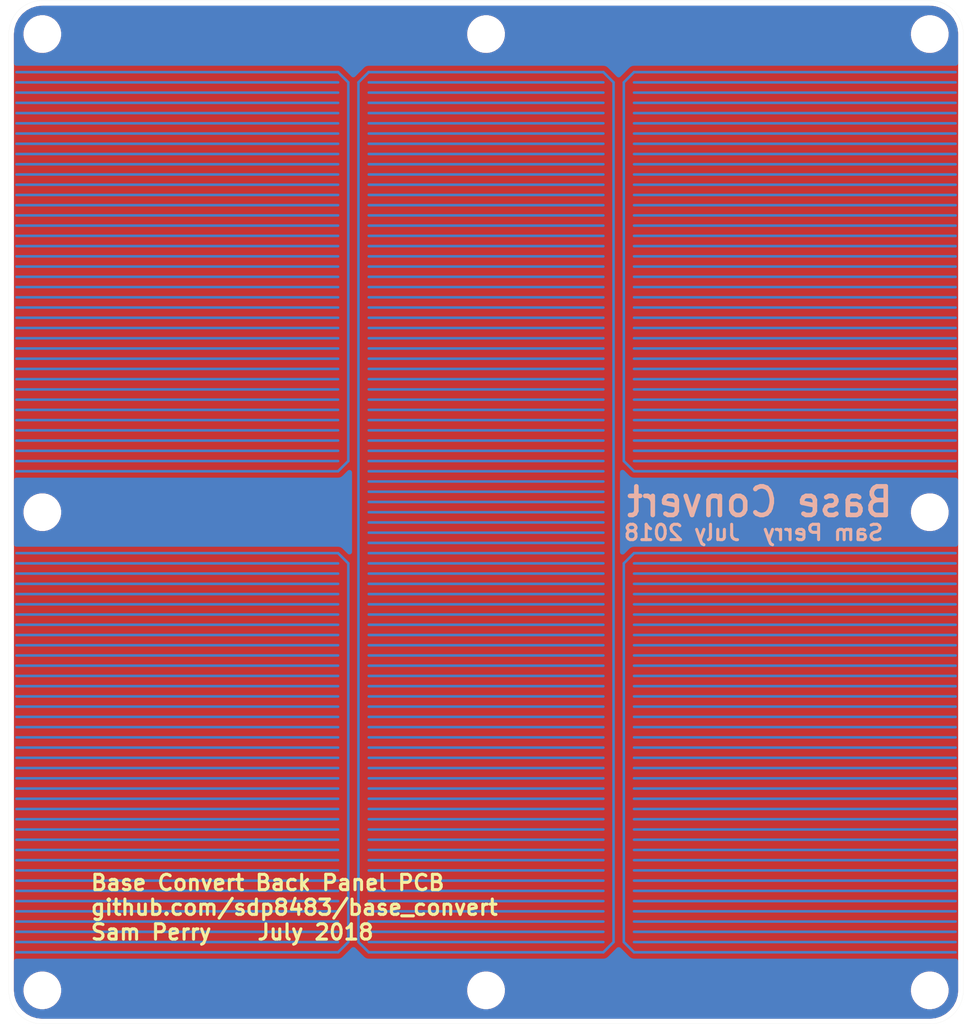
<source format=kicad_pcb>
(kicad_pcb (version 4) (host pcbnew 4.0.7)

  (general
    (links 0)
    (no_connects 0)
    (area 52.381429 49.949999 147.618571 150.050001)
    (thickness 1.6)
    (drawings 19)
    (tracks 266)
    (zones 0)
    (modules 8)
    (nets 1)
  )

  (page A4)
  (layers
    (0 F.Cu signal)
    (31 B.Cu signal)
    (32 B.Adhes user hide)
    (33 F.Adhes user hide)
    (34 B.Paste user hide)
    (35 F.Paste user hide)
    (36 B.SilkS user)
    (37 F.SilkS user)
    (38 B.Mask user hide)
    (39 F.Mask user hide)
    (40 Dwgs.User user)
    (41 Cmts.User user)
    (42 Eco1.User user hide)
    (43 Eco2.User user hide)
    (44 Edge.Cuts user)
    (45 Margin user hide)
    (46 B.CrtYd user)
    (47 F.CrtYd user)
    (48 B.Fab user)
    (49 F.Fab user)
  )

  (setup
    (last_trace_width 0.25)
    (user_trace_width 0.5)
    (user_trace_width 0.8)
    (user_trace_width 1)
    (user_trace_width 1.25)
    (trace_clearance 0.2)
    (zone_clearance 0.5)
    (zone_45_only no)
    (trace_min 0.2)
    (segment_width 0.2)
    (edge_width 0.15)
    (via_size 0.7)
    (via_drill 0.4)
    (via_min_size 0.4)
    (via_min_drill 0.3)
    (user_via 1.4 0.8)
    (uvia_size 0.7)
    (uvia_drill 0.4)
    (uvias_allowed no)
    (uvia_min_size 0.2)
    (uvia_min_drill 0.1)
    (pcb_text_width 0.3)
    (pcb_text_size 1.5 1.5)
    (mod_edge_width 0.15)
    (mod_text_size 0.5 0.5)
    (mod_text_width 0.15)
    (pad_size 1 0.25)
    (pad_drill 0)
    (pad_to_mask_clearance 0.2)
    (aux_axis_origin 0 0)
    (visible_elements 7FFFFFFF)
    (pcbplotparams
      (layerselection 0x010f0_80000001)
      (usegerberextensions false)
      (excludeedgelayer true)
      (linewidth 0.100000)
      (plotframeref false)
      (viasonmask false)
      (mode 1)
      (useauxorigin false)
      (hpglpennumber 1)
      (hpglpenspeed 20)
      (hpglpendiameter 15)
      (hpglpenoverlay 2)
      (psnegative false)
      (psa4output false)
      (plotreference true)
      (plotvalue true)
      (plotinvisibletext false)
      (padsonsilk false)
      (subtractmaskfromsilk false)
      (outputformat 1)
      (mirror false)
      (drillshape 0)
      (scaleselection 1)
      (outputdirectory gerber/))
  )

  (net 0 "")

  (net_class Default "This is the default net class."
    (clearance 0.2)
    (trace_width 0.25)
    (via_dia 0.7)
    (via_drill 0.4)
    (uvia_dia 0.7)
    (uvia_drill 0.4)
  )

  (module Mounting_Holes:MountingHole_2.7mm_M2.5 (layer F.Cu) (tedit 5B4277CE) (tstamp 5B42879D)
    (at 143.39 146.72)
    (descr "Mounting Hole 2.7mm, no annular, M2.5")
    (tags "mounting hole 2.7mm no annular m2.5")
    (attr virtual)
    (fp_text reference REF** (at 0 0) (layer F.SilkS) hide
      (effects (font (size 0.4 0.4) (thickness 0.1)))
    )
    (fp_text value MountingHole_2.7mm_M2.5 (at 0 0) (layer F.Fab)
      (effects (font (size 0.4 0.4) (thickness 0.1)))
    )
    (fp_text user %R (at 0.3 0) (layer F.Fab)
      (effects (font (size 0.4 0.4) (thickness 0.1)))
    )
    (fp_circle (center 0 0) (end 2.7 0) (layer Cmts.User) (width 0.15))
    (fp_circle (center 0 0) (end 2.95 0) (layer F.CrtYd) (width 0.05))
    (pad 1 np_thru_hole circle (at 0 0) (size 2.7 2.7) (drill 2.7) (layers *.Cu *.Mask))
  )

  (module Mounting_Holes:MountingHole_2.7mm_M2.5 (layer F.Cu) (tedit 5B4277CE) (tstamp 5B428796)
    (at 100 146.72)
    (descr "Mounting Hole 2.7mm, no annular, M2.5")
    (tags "mounting hole 2.7mm no annular m2.5")
    (attr virtual)
    (fp_text reference REF** (at 0 0) (layer F.SilkS) hide
      (effects (font (size 0.4 0.4) (thickness 0.1)))
    )
    (fp_text value MountingHole_2.7mm_M2.5 (at 0 0) (layer F.Fab)
      (effects (font (size 0.4 0.4) (thickness 0.1)))
    )
    (fp_text user %R (at 0.3 0) (layer F.Fab)
      (effects (font (size 0.4 0.4) (thickness 0.1)))
    )
    (fp_circle (center 0 0) (end 2.7 0) (layer Cmts.User) (width 0.15))
    (fp_circle (center 0 0) (end 2.95 0) (layer F.CrtYd) (width 0.05))
    (pad 1 np_thru_hole circle (at 0 0) (size 2.7 2.7) (drill 2.7) (layers *.Cu *.Mask))
  )

  (module Mounting_Holes:MountingHole_2.7mm_M2.5 (layer F.Cu) (tedit 5B4277CE) (tstamp 5B42878F)
    (at 56.61 146.72)
    (descr "Mounting Hole 2.7mm, no annular, M2.5")
    (tags "mounting hole 2.7mm no annular m2.5")
    (attr virtual)
    (fp_text reference REF** (at 0 0) (layer F.SilkS) hide
      (effects (font (size 0.4 0.4) (thickness 0.1)))
    )
    (fp_text value MountingHole_2.7mm_M2.5 (at 0 0) (layer F.Fab)
      (effects (font (size 0.4 0.4) (thickness 0.1)))
    )
    (fp_text user %R (at 0.3 0) (layer F.Fab)
      (effects (font (size 0.4 0.4) (thickness 0.1)))
    )
    (fp_circle (center 0 0) (end 2.7 0) (layer Cmts.User) (width 0.15))
    (fp_circle (center 0 0) (end 2.95 0) (layer F.CrtYd) (width 0.05))
    (pad 1 np_thru_hole circle (at 0 0) (size 2.7 2.7) (drill 2.7) (layers *.Cu *.Mask))
  )

  (module Mounting_Holes:MountingHole_2.7mm_M2.5 (layer F.Cu) (tedit 5B4277CE) (tstamp 5B428788)
    (at 143.39 100)
    (descr "Mounting Hole 2.7mm, no annular, M2.5")
    (tags "mounting hole 2.7mm no annular m2.5")
    (attr virtual)
    (fp_text reference REF** (at 0 0) (layer F.SilkS) hide
      (effects (font (size 0.4 0.4) (thickness 0.1)))
    )
    (fp_text value MountingHole_2.7mm_M2.5 (at 0 0) (layer F.Fab)
      (effects (font (size 0.4 0.4) (thickness 0.1)))
    )
    (fp_text user %R (at 0.3 0) (layer F.Fab)
      (effects (font (size 0.4 0.4) (thickness 0.1)))
    )
    (fp_circle (center 0 0) (end 2.7 0) (layer Cmts.User) (width 0.15))
    (fp_circle (center 0 0) (end 2.95 0) (layer F.CrtYd) (width 0.05))
    (pad 1 np_thru_hole circle (at 0 0) (size 2.7 2.7) (drill 2.7) (layers *.Cu *.Mask))
  )

  (module Mounting_Holes:MountingHole_2.7mm_M2.5 (layer F.Cu) (tedit 5B4277CE) (tstamp 5B42877A)
    (at 56.61 100)
    (descr "Mounting Hole 2.7mm, no annular, M2.5")
    (tags "mounting hole 2.7mm no annular m2.5")
    (attr virtual)
    (fp_text reference REF** (at 0 0) (layer F.SilkS) hide
      (effects (font (size 0.4 0.4) (thickness 0.1)))
    )
    (fp_text value MountingHole_2.7mm_M2.5 (at 0 0) (layer F.Fab)
      (effects (font (size 0.4 0.4) (thickness 0.1)))
    )
    (fp_text user %R (at 0.3 0) (layer F.Fab)
      (effects (font (size 0.4 0.4) (thickness 0.1)))
    )
    (fp_circle (center 0 0) (end 2.7 0) (layer Cmts.User) (width 0.15))
    (fp_circle (center 0 0) (end 2.95 0) (layer F.CrtYd) (width 0.05))
    (pad 1 np_thru_hole circle (at 0 0) (size 2.7 2.7) (drill 2.7) (layers *.Cu *.Mask))
  )

  (module Mounting_Holes:MountingHole_2.7mm_M2.5 (layer F.Cu) (tedit 5B4277CE) (tstamp 5B428773)
    (at 143.39 53.28)
    (descr "Mounting Hole 2.7mm, no annular, M2.5")
    (tags "mounting hole 2.7mm no annular m2.5")
    (attr virtual)
    (fp_text reference REF** (at 0 0) (layer F.SilkS) hide
      (effects (font (size 0.4 0.4) (thickness 0.1)))
    )
    (fp_text value MountingHole_2.7mm_M2.5 (at 0 0) (layer F.Fab)
      (effects (font (size 0.4 0.4) (thickness 0.1)))
    )
    (fp_text user %R (at 0.3 0) (layer F.Fab)
      (effects (font (size 0.4 0.4) (thickness 0.1)))
    )
    (fp_circle (center 0 0) (end 2.7 0) (layer Cmts.User) (width 0.15))
    (fp_circle (center 0 0) (end 2.95 0) (layer F.CrtYd) (width 0.05))
    (pad 1 np_thru_hole circle (at 0 0) (size 2.7 2.7) (drill 2.7) (layers *.Cu *.Mask))
  )

  (module Mounting_Holes:MountingHole_2.7mm_M2.5 (layer F.Cu) (tedit 5B4277CE) (tstamp 5B42876C)
    (at 100 53.28)
    (descr "Mounting Hole 2.7mm, no annular, M2.5")
    (tags "mounting hole 2.7mm no annular m2.5")
    (attr virtual)
    (fp_text reference REF** (at 0 0) (layer F.SilkS) hide
      (effects (font (size 0.4 0.4) (thickness 0.1)))
    )
    (fp_text value MountingHole_2.7mm_M2.5 (at 0 0) (layer F.Fab)
      (effects (font (size 0.4 0.4) (thickness 0.1)))
    )
    (fp_text user %R (at 0.3 0) (layer F.Fab)
      (effects (font (size 0.4 0.4) (thickness 0.1)))
    )
    (fp_circle (center 0 0) (end 2.7 0) (layer Cmts.User) (width 0.15))
    (fp_circle (center 0 0) (end 2.95 0) (layer F.CrtYd) (width 0.05))
    (pad 1 np_thru_hole circle (at 0 0) (size 2.7 2.7) (drill 2.7) (layers *.Cu *.Mask))
  )

  (module Mounting_Holes:MountingHole_2.7mm_M2.5 (layer F.Cu) (tedit 5B4277CE) (tstamp 5B428709)
    (at 56.61 53.28)
    (descr "Mounting Hole 2.7mm, no annular, M2.5")
    (tags "mounting hole 2.7mm no annular m2.5")
    (attr virtual)
    (fp_text reference REF** (at 0 0) (layer F.SilkS) hide
      (effects (font (size 0.4 0.4) (thickness 0.1)))
    )
    (fp_text value MountingHole_2.7mm_M2.5 (at 0 0) (layer F.Fab)
      (effects (font (size 0.4 0.4) (thickness 0.1)))
    )
    (fp_text user %R (at 0.3 0) (layer F.Fab)
      (effects (font (size 0.4 0.4) (thickness 0.1)))
    )
    (fp_circle (center 0 0) (end 2.7 0) (layer Cmts.User) (width 0.15))
    (fp_circle (center 0 0) (end 2.95 0) (layer F.CrtYd) (width 0.05))
    (pad 1 np_thru_hole circle (at 0 0) (size 2.7 2.7) (drill 2.7) (layers *.Cu *.Mask))
  )

  (gr_text "Sam Perry  July 2018" (at 139 102) (layer B.SilkS)
    (effects (font (size 1.5 1.5) (thickness 0.3)) (justify left mirror))
  )
  (gr_text "Base Convert" (at 140 99) (layer B.SilkS)
    (effects (font (size 2.8 2.6) (thickness 0.45)) (justify left mirror))
  )
  (gr_line (start 53.33 50) (end 53.33 150) (layer Dwgs.User) (width 0.1))
  (gr_line (start 53.33 150) (end 146.67 150) (layer Dwgs.User) (width 0.1))
  (gr_line (start 146.67 50) (end 146.67 150) (layer Dwgs.User) (width 0.1))
  (gr_line (start 53.33 50) (end 146.67 50) (layer Dwgs.User) (width 0.1))
  (gr_text "Base Convert Back Panel PCB\ngithub.com/sdp8483/base_convert\nSam Perry    July 2018" (at 61.2 138.62) (layer F.SilkS)
    (effects (font (size 1.5 1.5) (thickness 0.3)) (justify left))
  )
  (gr_line (start 141.67 55) (end 58.33 55) (layer Dwgs.User) (width 0.01))
  (gr_line (start 141.66 145) (end 141.67 55) (layer Dwgs.User) (width 0.01))
  (gr_line (start 58.33 145) (end 141.66 145) (layer Dwgs.User) (width 0.01))
  (gr_line (start 58.33 55) (end 58.33 145) (layer Dwgs.User) (width 0.01))
  (gr_arc (start 143.39 146.72) (end 146.67 146.72) (angle 90) (layer Edge.Cuts) (width 0.01) (tstamp 5B29BD2C))
  (gr_arc (start 56.61 146.72) (end 56.61 150) (angle 90) (layer Edge.Cuts) (width 0.01) (tstamp 5B29BD2A))
  (gr_arc (start 56.61 53.28) (end 53.33 53.28) (angle 90) (layer Edge.Cuts) (width 0.01) (tstamp 5B29BD28))
  (gr_arc (start 143.39 53.28) (end 143.39 50) (angle 90) (layer Edge.Cuts) (width 0.01))
  (gr_line (start 53.33 146.72) (end 53.33 53.28) (layer Edge.Cuts) (width 0.01))
  (gr_line (start 143.39 150) (end 56.61 150) (layer Edge.Cuts) (width 0.01))
  (gr_line (start 146.67 53.28) (end 146.67 146.72) (layer Edge.Cuts) (width 0.01))
  (gr_line (start 56.61 50) (end 143.39 50) (layer Edge.Cuts) (width 0.01))

  (segment (start 88.53 132) (end 111.47 132) (width 0.25) (layer B.Cu) (net 0) (tstamp 5B441E94))
  (segment (start 88.53 133) (end 111.47 133) (width 0.25) (layer B.Cu) (net 0) (tstamp 5B441E93))
  (segment (start 88.53 134) (end 111.47 134) (width 0.25) (layer B.Cu) (net 0) (tstamp 5B441E92))
  (segment (start 88.53 135) (end 111.47 135) (width 0.25) (layer B.Cu) (net 0) (tstamp 5B441E91))
  (segment (start 88.53 136) (end 111.47 136) (width 0.25) (layer B.Cu) (net 0) (tstamp 5B441E90))
  (segment (start 88.53 137) (end 111.47 137) (width 0.25) (layer B.Cu) (net 0) (tstamp 5B441E8F))
  (segment (start 88.53 138) (end 111.47 138) (width 0.25) (layer B.Cu) (net 0) (tstamp 5B441E8E))
  (segment (start 88.53 139) (end 111.47 139) (width 0.25) (layer B.Cu) (net 0) (tstamp 5B441E8D))
  (segment (start 88.53 140) (end 111.47 140) (width 0.25) (layer B.Cu) (net 0) (tstamp 5B441E8C))
  (segment (start 88.53 141) (end 111.47 141) (width 0.25) (layer B.Cu) (net 0) (tstamp 5B441E8B))
  (segment (start 88.53 142) (end 111.47 142) (width 0.25) (layer B.Cu) (net 0) (tstamp 5B441E8A))
  (segment (start 88.53 119) (end 111.47 119) (width 0.25) (layer B.Cu) (net 0) (tstamp 5B441EA1))
  (segment (start 88.53 120) (end 111.47 120) (width 0.25) (layer B.Cu) (net 0) (tstamp 5B441EA0))
  (segment (start 88.53 121) (end 111.47 121) (width 0.25) (layer B.Cu) (net 0) (tstamp 5B441E9F))
  (segment (start 88.53 122) (end 111.47 122) (width 0.25) (layer B.Cu) (net 0) (tstamp 5B441E9E))
  (segment (start 88.53 123) (end 111.47 123) (width 0.25) (layer B.Cu) (net 0) (tstamp 5B441E9D))
  (segment (start 88.53 124) (end 111.47 124) (width 0.25) (layer B.Cu) (net 0) (tstamp 5B441E9C))
  (segment (start 88.53 125) (end 111.47 125) (width 0.25) (layer B.Cu) (net 0) (tstamp 5B441E9B))
  (segment (start 88.53 126) (end 111.47 126) (width 0.25) (layer B.Cu) (net 0) (tstamp 5B441E9A))
  (segment (start 88.53 127) (end 111.47 127) (width 0.25) (layer B.Cu) (net 0) (tstamp 5B441E99))
  (segment (start 88.53 128) (end 111.47 128) (width 0.25) (layer B.Cu) (net 0) (tstamp 5B441E98))
  (segment (start 88.53 129) (end 111.47 129) (width 0.25) (layer B.Cu) (net 0) (tstamp 5B441E97))
  (segment (start 88.53 130) (end 111.47 130) (width 0.25) (layer B.Cu) (net 0) (tstamp 5B441E96))
  (segment (start 88.53 131) (end 111.47 131) (width 0.25) (layer B.Cu) (net 0) (tstamp 5B441E95))
  (segment (start 88.52 57) (end 87.52 58) (width 0.25) (layer B.Cu) (net 0))
  (segment (start 88.53 57) (end 88.52 57) (width 0.25) (layer B.Cu) (net 0))
  (segment (start 87.52 141.99) (end 88.53 143) (width 0.25) (layer B.Cu) (net 0))
  (segment (start 87.52 58) (end 87.52 141.99) (width 0.25) (layer B.Cu) (net 0))
  (segment (start 112.47 58) (end 111.47 57) (width 0.25) (layer B.Cu) (net 0))
  (segment (start 112.47 142) (end 111.47 143) (width 0.25) (layer B.Cu) (net 0))
  (segment (start 112.47 58) (end 112.47 142) (width 0.25) (layer B.Cu) (net 0))
  (segment (start 88.53 57) (end 111.47 57) (width 0.25) (layer B.Cu) (net 0) (tstamp 5B441EDF))
  (segment (start 88.53 58) (end 111.47 58) (width 0.25) (layer B.Cu) (net 0) (tstamp 5B441EDE))
  (segment (start 88.53 59) (end 111.47 59) (width 0.25) (layer B.Cu) (net 0) (tstamp 5B441EDD))
  (segment (start 88.53 60) (end 111.47 60) (width 0.25) (layer B.Cu) (net 0) (tstamp 5B441EDC))
  (segment (start 88.53 61) (end 111.47 61) (width 0.25) (layer B.Cu) (net 0) (tstamp 5B441EDB))
  (segment (start 88.53 62) (end 111.47 62) (width 0.25) (layer B.Cu) (net 0) (tstamp 5B441EDA))
  (segment (start 88.53 63) (end 111.47 63) (width 0.25) (layer B.Cu) (net 0) (tstamp 5B441ED9))
  (segment (start 88.53 64) (end 111.47 64) (width 0.25) (layer B.Cu) (net 0) (tstamp 5B441ED8))
  (segment (start 88.53 65) (end 111.47 65) (width 0.25) (layer B.Cu) (net 0) (tstamp 5B441ED7))
  (segment (start 88.53 66) (end 111.47 66) (width 0.25) (layer B.Cu) (net 0) (tstamp 5B441ED6))
  (segment (start 88.53 67) (end 111.47 67) (width 0.25) (layer B.Cu) (net 0) (tstamp 5B441ED5))
  (segment (start 88.53 68) (end 111.47 68) (width 0.25) (layer B.Cu) (net 0) (tstamp 5B441ED4))
  (segment (start 88.53 69) (end 111.47 69) (width 0.25) (layer B.Cu) (net 0) (tstamp 5B441ED3))
  (segment (start 88.53 70) (end 111.47 70) (width 0.25) (layer B.Cu) (net 0) (tstamp 5B441ED2))
  (segment (start 88.53 71) (end 111.47 71) (width 0.25) (layer B.Cu) (net 0) (tstamp 5B441ED1))
  (segment (start 88.53 72) (end 111.47 72) (width 0.25) (layer B.Cu) (net 0) (tstamp 5B441ED0))
  (segment (start 88.53 73) (end 111.47 73) (width 0.25) (layer B.Cu) (net 0) (tstamp 5B441ECF))
  (segment (start 88.53 74) (end 111.47 74) (width 0.25) (layer B.Cu) (net 0) (tstamp 5B441ECE))
  (segment (start 88.53 75) (end 111.47 75) (width 0.25) (layer B.Cu) (net 0) (tstamp 5B441ECD))
  (segment (start 88.53 76) (end 111.47 76) (width 0.25) (layer B.Cu) (net 0) (tstamp 5B441ECC))
  (segment (start 88.53 77) (end 111.47 77) (width 0.25) (layer B.Cu) (net 0) (tstamp 5B441ECB))
  (segment (start 88.53 78) (end 111.47 78) (width 0.25) (layer B.Cu) (net 0) (tstamp 5B441ECA))
  (segment (start 88.53 79) (end 111.47 79) (width 0.25) (layer B.Cu) (net 0) (tstamp 5B441EC9))
  (segment (start 88.53 80) (end 111.47 80) (width 0.25) (layer B.Cu) (net 0) (tstamp 5B441EC8))
  (segment (start 88.53 81) (end 111.47 81) (width 0.25) (layer B.Cu) (net 0) (tstamp 5B441EC7))
  (segment (start 88.53 82) (end 111.47 82) (width 0.25) (layer B.Cu) (net 0) (tstamp 5B441EC6))
  (segment (start 88.53 83) (end 111.47 83) (width 0.25) (layer B.Cu) (net 0) (tstamp 5B441EC5))
  (segment (start 88.53 84) (end 111.47 84) (width 0.25) (layer B.Cu) (net 0) (tstamp 5B441EC4))
  (segment (start 88.53 85) (end 111.47 85) (width 0.25) (layer B.Cu) (net 0) (tstamp 5B441EC3))
  (segment (start 88.53 86) (end 111.47 86) (width 0.25) (layer B.Cu) (net 0) (tstamp 5B441EC2))
  (segment (start 88.53 87) (end 111.47 87) (width 0.25) (layer B.Cu) (net 0) (tstamp 5B441EC1))
  (segment (start 88.53 88) (end 111.47 88) (width 0.25) (layer B.Cu) (net 0) (tstamp 5B441EC0))
  (segment (start 88.53 89) (end 111.47 89) (width 0.25) (layer B.Cu) (net 0) (tstamp 5B441EBF))
  (segment (start 88.53 90) (end 111.47 90) (width 0.25) (layer B.Cu) (net 0) (tstamp 5B441EBE))
  (segment (start 88.53 91) (end 111.47 91) (width 0.25) (layer B.Cu) (net 0) (tstamp 5B441EBD))
  (segment (start 88.53 92) (end 111.47 92) (width 0.25) (layer B.Cu) (net 0) (tstamp 5B441EBC))
  (segment (start 88.53 93) (end 111.47 93) (width 0.25) (layer B.Cu) (net 0) (tstamp 5B441EBB))
  (segment (start 88.53 94) (end 111.47 94) (width 0.25) (layer B.Cu) (net 0) (tstamp 5B441EBA))
  (segment (start 88.53 95) (end 111.47 95) (width 0.25) (layer B.Cu) (net 0) (tstamp 5B441EB9))
  (segment (start 88.53 96) (end 111.47 96) (width 0.25) (layer B.Cu) (net 0) (tstamp 5B441EB8))
  (segment (start 88.53 97) (end 111.47 97) (width 0.25) (layer B.Cu) (net 0) (tstamp 5B441EB7))
  (segment (start 88.53 98) (end 111.47 98) (width 0.25) (layer B.Cu) (net 0) (tstamp 5B441EB6))
  (segment (start 88.53 99) (end 111.47 99) (width 0.25) (layer B.Cu) (net 0) (tstamp 5B441EB5))
  (segment (start 88.53 100) (end 111.47 100) (width 0.25) (layer B.Cu) (net 0) (tstamp 5B441EB4))
  (segment (start 88.53 101) (end 111.47 101) (width 0.25) (layer B.Cu) (net 0) (tstamp 5B441EB3))
  (segment (start 88.53 102) (end 111.47 102) (width 0.25) (layer B.Cu) (net 0) (tstamp 5B441EB2))
  (segment (start 88.53 103) (end 111.47 103) (width 0.25) (layer B.Cu) (net 0) (tstamp 5B441EB1))
  (segment (start 88.53 104) (end 111.47 104) (width 0.25) (layer B.Cu) (net 0) (tstamp 5B441EB0))
  (segment (start 88.53 105) (end 111.47 105) (width 0.25) (layer B.Cu) (net 0) (tstamp 5B441EAF))
  (segment (start 88.53 106) (end 111.47 106) (width 0.25) (layer B.Cu) (net 0) (tstamp 5B441EAE))
  (segment (start 88.53 107) (end 111.47 107) (width 0.25) (layer B.Cu) (net 0) (tstamp 5B441EAD))
  (segment (start 88.53 108) (end 111.47 108) (width 0.25) (layer B.Cu) (net 0) (tstamp 5B441EAC))
  (segment (start 88.53 109) (end 111.47 109) (width 0.25) (layer B.Cu) (net 0) (tstamp 5B441EAB))
  (segment (start 88.53 110) (end 111.47 110) (width 0.25) (layer B.Cu) (net 0) (tstamp 5B441EAA))
  (segment (start 88.53 111) (end 111.47 111) (width 0.25) (layer B.Cu) (net 0) (tstamp 5B441EA9))
  (segment (start 88.53 112) (end 111.47 112) (width 0.25) (layer B.Cu) (net 0) (tstamp 5B441EA8))
  (segment (start 88.53 113) (end 111.47 113) (width 0.25) (layer B.Cu) (net 0) (tstamp 5B441EA7))
  (segment (start 88.53 114) (end 111.47 114) (width 0.25) (layer B.Cu) (net 0) (tstamp 5B441EA6))
  (segment (start 88.53 115) (end 111.47 115) (width 0.25) (layer B.Cu) (net 0) (tstamp 5B441EA5))
  (segment (start 88.53 116) (end 111.47 116) (width 0.25) (layer B.Cu) (net 0) (tstamp 5B441EA4))
  (segment (start 88.53 117) (end 111.47 117) (width 0.25) (layer B.Cu) (net 0) (tstamp 5B441EA3))
  (segment (start 88.53 118) (end 111.47 118) (width 0.25) (layer B.Cu) (net 0) (tstamp 5B441EA2))
  (segment (start 88.53 143) (end 111.47 143) (width 0.25) (layer B.Cu) (net 0))
  (segment (start 85.53 57) (end 86.53 58) (width 0.25) (layer B.Cu) (net 0))
  (segment (start 86.53 95) (end 85.53 96) (width 0.25) (layer B.Cu) (net 0))
  (segment (start 86.53 58) (end 86.53 95) (width 0.25) (layer B.Cu) (net 0))
  (segment (start 54.09 57) (end 85.53 57) (width 0.25) (layer B.Cu) (net 0) (tstamp 5B441D51))
  (segment (start 54.09 58) (end 85.53 58) (width 0.25) (layer B.Cu) (net 0) (tstamp 5B441D50))
  (segment (start 54.09 59) (end 85.53 59) (width 0.25) (layer B.Cu) (net 0) (tstamp 5B441D4F))
  (segment (start 54.09 60) (end 85.53 60) (width 0.25) (layer B.Cu) (net 0) (tstamp 5B441D4E))
  (segment (start 54.09 61) (end 85.53 61) (width 0.25) (layer B.Cu) (net 0) (tstamp 5B441D4D))
  (segment (start 54.09 62) (end 85.53 62) (width 0.25) (layer B.Cu) (net 0) (tstamp 5B441D4C))
  (segment (start 54.09 63) (end 85.53 63) (width 0.25) (layer B.Cu) (net 0) (tstamp 5B441D4B))
  (segment (start 54.09 64) (end 85.53 64) (width 0.25) (layer B.Cu) (net 0) (tstamp 5B441D4A))
  (segment (start 54.09 65) (end 85.53 65) (width 0.25) (layer B.Cu) (net 0) (tstamp 5B441D49))
  (segment (start 54.09 66) (end 85.53 66) (width 0.25) (layer B.Cu) (net 0) (tstamp 5B441D48))
  (segment (start 54.09 67) (end 85.53 67) (width 0.25) (layer B.Cu) (net 0) (tstamp 5B441D47))
  (segment (start 54.09 68) (end 85.53 68) (width 0.25) (layer B.Cu) (net 0) (tstamp 5B441D46))
  (segment (start 54.09 69) (end 85.53 69) (width 0.25) (layer B.Cu) (net 0) (tstamp 5B441D45))
  (segment (start 54.09 70) (end 85.53 70) (width 0.25) (layer B.Cu) (net 0) (tstamp 5B441D44))
  (segment (start 54.09 71) (end 85.53 71) (width 0.25) (layer B.Cu) (net 0) (tstamp 5B441D43))
  (segment (start 54.09 72) (end 85.53 72) (width 0.25) (layer B.Cu) (net 0) (tstamp 5B441D42))
  (segment (start 54.09 73) (end 85.53 73) (width 0.25) (layer B.Cu) (net 0) (tstamp 5B441D41))
  (segment (start 54.09 74) (end 85.53 74) (width 0.25) (layer B.Cu) (net 0) (tstamp 5B441D40))
  (segment (start 54.09 75) (end 85.53 75) (width 0.25) (layer B.Cu) (net 0) (tstamp 5B441D3F))
  (segment (start 54.09 76) (end 85.53 76) (width 0.25) (layer B.Cu) (net 0) (tstamp 5B441D3E))
  (segment (start 54.09 77) (end 85.53 77) (width 0.25) (layer B.Cu) (net 0) (tstamp 5B441D3D))
  (segment (start 54.09 78) (end 85.53 78) (width 0.25) (layer B.Cu) (net 0) (tstamp 5B441D3C))
  (segment (start 54.09 79) (end 85.53 79) (width 0.25) (layer B.Cu) (net 0) (tstamp 5B441D3B))
  (segment (start 54.09 80) (end 85.53 80) (width 0.25) (layer B.Cu) (net 0) (tstamp 5B441D3A))
  (segment (start 54.09 81) (end 85.53 81) (width 0.25) (layer B.Cu) (net 0) (tstamp 5B441D39))
  (segment (start 54.09 82) (end 85.53 82) (width 0.25) (layer B.Cu) (net 0) (tstamp 5B441D38))
  (segment (start 54.09 83) (end 85.53 83) (width 0.25) (layer B.Cu) (net 0) (tstamp 5B441D37))
  (segment (start 54.09 84) (end 85.53 84) (width 0.25) (layer B.Cu) (net 0) (tstamp 5B441D36))
  (segment (start 54.09 85) (end 85.53 85) (width 0.25) (layer B.Cu) (net 0) (tstamp 5B441D35))
  (segment (start 54.09 86) (end 85.53 86) (width 0.25) (layer B.Cu) (net 0) (tstamp 5B441D34))
  (segment (start 54.09 87) (end 85.53 87) (width 0.25) (layer B.Cu) (net 0) (tstamp 5B441D33))
  (segment (start 54.09 88) (end 85.53 88) (width 0.25) (layer B.Cu) (net 0) (tstamp 5B441D32))
  (segment (start 54.09 89) (end 85.53 89) (width 0.25) (layer B.Cu) (net 0) (tstamp 5B441D31))
  (segment (start 54.09 90) (end 85.53 90) (width 0.25) (layer B.Cu) (net 0) (tstamp 5B441D30))
  (segment (start 54.09 91) (end 85.53 91) (width 0.25) (layer B.Cu) (net 0) (tstamp 5B441D2F))
  (segment (start 54.09 92) (end 85.53 92) (width 0.25) (layer B.Cu) (net 0) (tstamp 5B441D2E))
  (segment (start 54.09 93) (end 85.53 93) (width 0.25) (layer B.Cu) (net 0) (tstamp 5B441D2D))
  (segment (start 54.09 94) (end 85.53 94) (width 0.25) (layer B.Cu) (net 0) (tstamp 5B441D2C))
  (segment (start 54.09 95) (end 85.53 95) (width 0.25) (layer B.Cu) (net 0) (tstamp 5B441D2B))
  (segment (start 54.09 96) (end 85.53 96) (width 0.25) (layer B.Cu) (net 0))
  (segment (start 85.53 143) (end 86.53 142) (width 0.25) (layer B.Cu) (net 0))
  (segment (start 86.53 105) (end 85.53 104) (width 0.25) (layer B.Cu) (net 0))
  (segment (start 86.53 142) (end 86.53 105) (width 0.25) (layer B.Cu) (net 0))
  (segment (start 54.09 104) (end 85.53 104) (width 0.25) (layer B.Cu) (net 0) (tstamp 5B441CC3))
  (segment (start 54.09 105) (end 85.53 105) (width 0.25) (layer B.Cu) (net 0) (tstamp 5B441CC2))
  (segment (start 54.09 106) (end 85.53 106) (width 0.25) (layer B.Cu) (net 0) (tstamp 5B441CC1))
  (segment (start 54.09 107) (end 85.53 107) (width 0.25) (layer B.Cu) (net 0) (tstamp 5B441CC0))
  (segment (start 54.09 108) (end 85.53 108) (width 0.25) (layer B.Cu) (net 0) (tstamp 5B441CBF))
  (segment (start 54.09 109) (end 85.53 109) (width 0.25) (layer B.Cu) (net 0) (tstamp 5B441CBE))
  (segment (start 54.09 110) (end 85.53 110) (width 0.25) (layer B.Cu) (net 0) (tstamp 5B441CBD))
  (segment (start 54.09 111) (end 85.53 111) (width 0.25) (layer B.Cu) (net 0) (tstamp 5B441CBC))
  (segment (start 54.09 112) (end 85.53 112) (width 0.25) (layer B.Cu) (net 0) (tstamp 5B441CBB))
  (segment (start 54.09 113) (end 85.53 113) (width 0.25) (layer B.Cu) (net 0) (tstamp 5B441CBA))
  (segment (start 54.09 114) (end 85.53 114) (width 0.25) (layer B.Cu) (net 0) (tstamp 5B441CB9))
  (segment (start 54.09 115) (end 85.53 115) (width 0.25) (layer B.Cu) (net 0) (tstamp 5B441CB8))
  (segment (start 54.09 116) (end 85.53 116) (width 0.25) (layer B.Cu) (net 0) (tstamp 5B441CB7))
  (segment (start 54.09 117) (end 85.53 117) (width 0.25) (layer B.Cu) (net 0) (tstamp 5B441CB6))
  (segment (start 54.09 118) (end 85.53 118) (width 0.25) (layer B.Cu) (net 0) (tstamp 5B441CB5))
  (segment (start 54.09 119) (end 85.53 119) (width 0.25) (layer B.Cu) (net 0) (tstamp 5B441CB4))
  (segment (start 54.09 120) (end 85.53 120) (width 0.25) (layer B.Cu) (net 0) (tstamp 5B441CB3))
  (segment (start 54.09 121) (end 85.53 121) (width 0.25) (layer B.Cu) (net 0) (tstamp 5B441CB2))
  (segment (start 54.09 122) (end 85.53 122) (width 0.25) (layer B.Cu) (net 0) (tstamp 5B441CB1))
  (segment (start 54.09 123) (end 85.53 123) (width 0.25) (layer B.Cu) (net 0) (tstamp 5B441CB0))
  (segment (start 54.09 124) (end 85.53 124) (width 0.25) (layer B.Cu) (net 0) (tstamp 5B441CAF))
  (segment (start 54.09 125) (end 85.53 125) (width 0.25) (layer B.Cu) (net 0) (tstamp 5B441CAE))
  (segment (start 54.09 126) (end 85.53 126) (width 0.25) (layer B.Cu) (net 0) (tstamp 5B441CAD))
  (segment (start 54.09 127) (end 85.53 127) (width 0.25) (layer B.Cu) (net 0) (tstamp 5B441CAC))
  (segment (start 54.09 128) (end 85.53 128) (width 0.25) (layer B.Cu) (net 0) (tstamp 5B441CAB))
  (segment (start 54.09 129) (end 85.53 129) (width 0.25) (layer B.Cu) (net 0) (tstamp 5B441CAA))
  (segment (start 54.09 130) (end 85.53 130) (width 0.25) (layer B.Cu) (net 0) (tstamp 5B441CA9))
  (segment (start 54.09 131) (end 85.53 131) (width 0.25) (layer B.Cu) (net 0) (tstamp 5B441CA8))
  (segment (start 54.09 132) (end 85.53 132) (width 0.25) (layer B.Cu) (net 0) (tstamp 5B441CA7))
  (segment (start 54.09 133) (end 85.53 133) (width 0.25) (layer B.Cu) (net 0) (tstamp 5B441CA6))
  (segment (start 54.09 134) (end 85.53 134) (width 0.25) (layer B.Cu) (net 0) (tstamp 5B441CA5))
  (segment (start 54.09 135) (end 85.53 135) (width 0.25) (layer B.Cu) (net 0) (tstamp 5B441CA4))
  (segment (start 54.09 136) (end 85.53 136) (width 0.25) (layer B.Cu) (net 0) (tstamp 5B441CA3))
  (segment (start 54.09 137) (end 85.53 137) (width 0.25) (layer B.Cu) (net 0) (tstamp 5B441CA2))
  (segment (start 54.09 138) (end 85.53 138) (width 0.25) (layer B.Cu) (net 0) (tstamp 5B441CA1))
  (segment (start 54.09 139) (end 85.53 139) (width 0.25) (layer B.Cu) (net 0) (tstamp 5B441CA0))
  (segment (start 54.09 140) (end 85.53 140) (width 0.25) (layer B.Cu) (net 0) (tstamp 5B441C9F))
  (segment (start 54.09 141) (end 85.53 141) (width 0.25) (layer B.Cu) (net 0) (tstamp 5B441C9E))
  (segment (start 54.09 142) (end 85.53 142) (width 0.25) (layer B.Cu) (net 0) (tstamp 5B441C9D))
  (segment (start 54.09 143) (end 85.53 143) (width 0.25) (layer B.Cu) (net 0))
  (segment (start 114.47 96) (end 113.47 95) (width 0.25) (layer B.Cu) (net 0))
  (segment (start 113.47 58) (end 114.47 57) (width 0.25) (layer B.Cu) (net 0))
  (segment (start 113.47 95) (end 113.47 58) (width 0.25) (layer B.Cu) (net 0))
  (segment (start 145.91 57) (end 114.47 57) (width 0.25) (layer B.Cu) (net 0) (tstamp 5B441C1E))
  (segment (start 145.91 58) (end 114.47 58) (width 0.25) (layer B.Cu) (net 0) (tstamp 5B441C1D))
  (segment (start 145.91 59) (end 114.47 59) (width 0.25) (layer B.Cu) (net 0) (tstamp 5B441C1C))
  (segment (start 145.91 60) (end 114.47 60) (width 0.25) (layer B.Cu) (net 0) (tstamp 5B441C1B))
  (segment (start 145.91 61) (end 114.47 61) (width 0.25) (layer B.Cu) (net 0) (tstamp 5B441C1A))
  (segment (start 145.91 62) (end 114.47 62) (width 0.25) (layer B.Cu) (net 0) (tstamp 5B441C19))
  (segment (start 145.91 63) (end 114.47 63) (width 0.25) (layer B.Cu) (net 0) (tstamp 5B441C18))
  (segment (start 145.91 64) (end 114.47 64) (width 0.25) (layer B.Cu) (net 0) (tstamp 5B441C17))
  (segment (start 145.91 65) (end 114.47 65) (width 0.25) (layer B.Cu) (net 0) (tstamp 5B441C16))
  (segment (start 145.91 66) (end 114.47 66) (width 0.25) (layer B.Cu) (net 0) (tstamp 5B441C15))
  (segment (start 145.91 67) (end 114.47 67) (width 0.25) (layer B.Cu) (net 0) (tstamp 5B441C14))
  (segment (start 145.91 68) (end 114.47 68) (width 0.25) (layer B.Cu) (net 0) (tstamp 5B441C13))
  (segment (start 145.91 69) (end 114.47 69) (width 0.25) (layer B.Cu) (net 0) (tstamp 5B441C12))
  (segment (start 145.91 70) (end 114.47 70) (width 0.25) (layer B.Cu) (net 0) (tstamp 5B441C11))
  (segment (start 145.91 71) (end 114.47 71) (width 0.25) (layer B.Cu) (net 0) (tstamp 5B441C10))
  (segment (start 145.91 72) (end 114.47 72) (width 0.25) (layer B.Cu) (net 0) (tstamp 5B441C0F))
  (segment (start 145.91 73) (end 114.47 73) (width 0.25) (layer B.Cu) (net 0) (tstamp 5B441C0E))
  (segment (start 145.91 74) (end 114.47 74) (width 0.25) (layer B.Cu) (net 0) (tstamp 5B441C0D))
  (segment (start 145.91 75) (end 114.47 75) (width 0.25) (layer B.Cu) (net 0) (tstamp 5B441C0C))
  (segment (start 145.91 76) (end 114.47 76) (width 0.25) (layer B.Cu) (net 0) (tstamp 5B441C0B))
  (segment (start 145.91 77) (end 114.47 77) (width 0.25) (layer B.Cu) (net 0) (tstamp 5B441C0A))
  (segment (start 145.91 78) (end 114.47 78) (width 0.25) (layer B.Cu) (net 0) (tstamp 5B441C09))
  (segment (start 145.91 79) (end 114.47 79) (width 0.25) (layer B.Cu) (net 0) (tstamp 5B441C08))
  (segment (start 145.91 80) (end 114.47 80) (width 0.25) (layer B.Cu) (net 0) (tstamp 5B441C07))
  (segment (start 145.91 81) (end 114.47 81) (width 0.25) (layer B.Cu) (net 0) (tstamp 5B441C06))
  (segment (start 145.91 82) (end 114.47 82) (width 0.25) (layer B.Cu) (net 0) (tstamp 5B441C05))
  (segment (start 145.91 83) (end 114.47 83) (width 0.25) (layer B.Cu) (net 0) (tstamp 5B441C04))
  (segment (start 145.91 84) (end 114.47 84) (width 0.25) (layer B.Cu) (net 0) (tstamp 5B441C03))
  (segment (start 145.91 85) (end 114.47 85) (width 0.25) (layer B.Cu) (net 0) (tstamp 5B441C02))
  (segment (start 145.91 86) (end 114.47 86) (width 0.25) (layer B.Cu) (net 0) (tstamp 5B441C01))
  (segment (start 145.91 87) (end 114.47 87) (width 0.25) (layer B.Cu) (net 0) (tstamp 5B441C00))
  (segment (start 145.91 88) (end 114.47 88) (width 0.25) (layer B.Cu) (net 0) (tstamp 5B441BFF))
  (segment (start 145.91 89) (end 114.47 89) (width 0.25) (layer B.Cu) (net 0) (tstamp 5B441BFE))
  (segment (start 145.91 90) (end 114.47 90) (width 0.25) (layer B.Cu) (net 0) (tstamp 5B441BFD))
  (segment (start 145.91 91) (end 114.47 91) (width 0.25) (layer B.Cu) (net 0) (tstamp 5B441BFC))
  (segment (start 145.91 92) (end 114.47 92) (width 0.25) (layer B.Cu) (net 0) (tstamp 5B441BFB))
  (segment (start 145.91 93) (end 114.47 93) (width 0.25) (layer B.Cu) (net 0) (tstamp 5B441BFA))
  (segment (start 145.91 94) (end 114.47 94) (width 0.25) (layer B.Cu) (net 0) (tstamp 5B441BF9))
  (segment (start 145.91 95) (end 114.47 95) (width 0.25) (layer B.Cu) (net 0) (tstamp 5B441BF8))
  (segment (start 145.91 96) (end 114.47 96) (width 0.25) (layer B.Cu) (net 0))
  (segment (start 113.47 105) (end 114.47 104) (width 0.25) (layer B.Cu) (net 0))
  (segment (start 114.47 143) (end 113.47 142) (width 0.25) (layer B.Cu) (net 0))
  (segment (start 113.47 105) (end 113.47 142) (width 0.25) (layer B.Cu) (net 0))
  (segment (start 145.91 104) (end 114.47 104) (width 0.25) (layer B.Cu) (net 0) (tstamp 5B441B50))
  (segment (start 145.91 105) (end 114.47 105) (width 0.25) (layer B.Cu) (net 0) (tstamp 5B441B4F))
  (segment (start 145.91 106) (end 114.47 106) (width 0.25) (layer B.Cu) (net 0) (tstamp 5B441B4E))
  (segment (start 145.91 107) (end 114.47 107) (width 0.25) (layer B.Cu) (net 0) (tstamp 5B441B4D))
  (segment (start 145.91 108) (end 114.47 108) (width 0.25) (layer B.Cu) (net 0) (tstamp 5B441B4C))
  (segment (start 145.91 109) (end 114.47 109) (width 0.25) (layer B.Cu) (net 0) (tstamp 5B441B4B))
  (segment (start 145.91 110) (end 114.47 110) (width 0.25) (layer B.Cu) (net 0) (tstamp 5B441B4A))
  (segment (start 145.91 111) (end 114.47 111) (width 0.25) (layer B.Cu) (net 0) (tstamp 5B441B49))
  (segment (start 145.91 112) (end 114.47 112) (width 0.25) (layer B.Cu) (net 0) (tstamp 5B441B48))
  (segment (start 145.91 113) (end 114.47 113) (width 0.25) (layer B.Cu) (net 0) (tstamp 5B441B47))
  (segment (start 145.91 114) (end 114.47 114) (width 0.25) (layer B.Cu) (net 0) (tstamp 5B441B46))
  (segment (start 145.91 115) (end 114.47 115) (width 0.25) (layer B.Cu) (net 0) (tstamp 5B441B45))
  (segment (start 145.91 116) (end 114.47 116) (width 0.25) (layer B.Cu) (net 0) (tstamp 5B441B44))
  (segment (start 145.91 117) (end 114.47 117) (width 0.25) (layer B.Cu) (net 0) (tstamp 5B441B43))
  (segment (start 145.91 118) (end 114.47 118) (width 0.25) (layer B.Cu) (net 0) (tstamp 5B441B42))
  (segment (start 145.91 119) (end 114.47 119) (width 0.25) (layer B.Cu) (net 0) (tstamp 5B441B41))
  (segment (start 145.91 120) (end 114.47 120) (width 0.25) (layer B.Cu) (net 0) (tstamp 5B441B40))
  (segment (start 145.91 121) (end 114.47 121) (width 0.25) (layer B.Cu) (net 0) (tstamp 5B441B3F))
  (segment (start 145.91 122) (end 114.47 122) (width 0.25) (layer B.Cu) (net 0) (tstamp 5B441B3E))
  (segment (start 145.91 123) (end 114.47 123) (width 0.25) (layer B.Cu) (net 0) (tstamp 5B441B3D))
  (segment (start 145.91 124) (end 114.47 124) (width 0.25) (layer B.Cu) (net 0) (tstamp 5B441B3C))
  (segment (start 145.91 125) (end 114.47 125) (width 0.25) (layer B.Cu) (net 0) (tstamp 5B441B3B))
  (segment (start 145.91 126) (end 114.47 126) (width 0.25) (layer B.Cu) (net 0) (tstamp 5B441B3A))
  (segment (start 145.91 127) (end 114.47 127) (width 0.25) (layer B.Cu) (net 0) (tstamp 5B441B39))
  (segment (start 145.91 128) (end 114.47 128) (width 0.25) (layer B.Cu) (net 0) (tstamp 5B441B38))
  (segment (start 145.91 129) (end 114.47 129) (width 0.25) (layer B.Cu) (net 0) (tstamp 5B441B37))
  (segment (start 145.91 130) (end 114.47 130) (width 0.25) (layer B.Cu) (net 0) (tstamp 5B441B36))
  (segment (start 145.91 131) (end 114.47 131) (width 0.25) (layer B.Cu) (net 0) (tstamp 5B441B35))
  (segment (start 145.91 132) (end 114.47 132) (width 0.25) (layer B.Cu) (net 0) (tstamp 5B441B34))
  (segment (start 145.91 133) (end 114.47 133) (width 0.25) (layer B.Cu) (net 0) (tstamp 5B441B33))
  (segment (start 145.91 134) (end 114.47 134) (width 0.25) (layer B.Cu) (net 0) (tstamp 5B441B32))
  (segment (start 145.91 135) (end 114.47 135) (width 0.25) (layer B.Cu) (net 0) (tstamp 5B441B31))
  (segment (start 145.91 136) (end 114.47 136) (width 0.25) (layer B.Cu) (net 0) (tstamp 5B441B30))
  (segment (start 145.91 137) (end 114.47 137) (width 0.25) (layer B.Cu) (net 0) (tstamp 5B441B2F))
  (segment (start 145.91 138) (end 114.47 138) (width 0.25) (layer B.Cu) (net 0) (tstamp 5B441B2E))
  (segment (start 145.91 139) (end 114.47 139) (width 0.25) (layer B.Cu) (net 0) (tstamp 5B441B2D))
  (segment (start 145.91 140) (end 114.47 140) (width 0.25) (layer B.Cu) (net 0) (tstamp 5B441B2C))
  (segment (start 145.91 141) (end 114.47 141) (width 0.25) (layer B.Cu) (net 0) (tstamp 5B441B2B))
  (segment (start 145.91 142) (end 114.47 142) (width 0.25) (layer B.Cu) (net 0) (tstamp 5B441B2A))
  (segment (start 145.91 143) (end 114.47 143) (width 0.25) (layer B.Cu) (net 0))

  (zone (net 0) (net_name "") (layer F.Cu) (tstamp 0) (hatch edge 0.508)
    (connect_pads yes (clearance 0.5))
    (min_thickness 0.5)
    (fill yes (arc_segments 32) (thermal_gap 0.508) (thermal_bridge_width 0.508) (smoothing fillet) (radius 3.28))
    (polygon
      (pts
        (xy 53.33 50) (xy 146.67 50) (xy 146.67 150) (xy 53.33 150)
      )
    )
    (filled_polygon
      (pts
        (xy 143.879741 50.80664) (xy 144.350824 50.948869) (xy 144.785309 51.179888) (xy 145.166651 51.490904) (xy 145.480318 51.870062)
        (xy 145.714367 52.302927) (xy 145.859881 52.773006) (xy 145.915 53.29743) (xy 145.915 146.683071) (xy 145.86336 147.209741)
        (xy 145.721132 147.68082) (xy 145.490111 148.115309) (xy 145.179098 148.496649) (xy 144.79994 148.810317) (xy 144.367073 149.044367)
        (xy 143.896994 149.189881) (xy 143.37257 149.245) (xy 56.646929 149.245) (xy 56.120259 149.19336) (xy 55.64918 149.051132)
        (xy 55.214691 148.820111) (xy 54.833351 148.509098) (xy 54.519683 148.12994) (xy 54.285633 147.697073) (xy 54.140119 147.226994)
        (xy 54.105391 146.896574) (xy 54.50724 146.896574) (xy 54.581583 147.301639) (xy 54.733188 147.68455) (xy 54.956281 148.030722)
        (xy 55.242363 148.326968) (xy 55.580538 148.562006) (xy 55.957924 148.726882) (xy 56.360149 148.815317) (xy 56.77189 148.823942)
        (xy 57.177464 148.752428) (xy 57.561424 148.6035) (xy 57.909145 148.38283) (xy 58.207381 148.098823) (xy 58.444774 147.762297)
        (xy 58.612281 147.38607) (xy 58.703522 146.984473) (xy 58.704749 146.896574) (xy 97.89724 146.896574) (xy 97.971583 147.301639)
        (xy 98.123188 147.68455) (xy 98.346281 148.030722) (xy 98.632363 148.326968) (xy 98.970538 148.562006) (xy 99.347924 148.726882)
        (xy 99.750149 148.815317) (xy 100.16189 148.823942) (xy 100.567464 148.752428) (xy 100.951424 148.6035) (xy 101.299145 148.38283)
        (xy 101.597381 148.098823) (xy 101.834774 147.762297) (xy 102.002281 147.38607) (xy 102.093522 146.984473) (xy 102.094749 146.896574)
        (xy 141.28724 146.896574) (xy 141.361583 147.301639) (xy 141.513188 147.68455) (xy 141.736281 148.030722) (xy 142.022363 148.326968)
        (xy 142.360538 148.562006) (xy 142.737924 148.726882) (xy 143.140149 148.815317) (xy 143.55189 148.823942) (xy 143.957464 148.752428)
        (xy 144.341424 148.6035) (xy 144.689145 148.38283) (xy 144.987381 148.098823) (xy 145.224774 147.762297) (xy 145.392281 147.38607)
        (xy 145.483522 146.984473) (xy 145.49009 146.514084) (xy 145.410098 146.110096) (xy 145.253162 145.729339) (xy 145.025258 145.386316)
        (xy 144.735067 145.094093) (xy 144.393644 144.8638) (xy 144.013992 144.704209) (xy 143.610572 144.621399) (xy 143.198751 144.618524)
        (xy 142.794214 144.695693) (xy 142.412371 144.849968) (xy 142.067765 145.075471) (xy 141.773523 145.363615) (xy 141.540852 145.703422)
        (xy 141.378614 146.081951) (xy 141.29299 146.484783) (xy 141.28724 146.896574) (xy 102.094749 146.896574) (xy 102.10009 146.514084)
        (xy 102.020098 146.110096) (xy 101.863162 145.729339) (xy 101.635258 145.386316) (xy 101.345067 145.094093) (xy 101.003644 144.8638)
        (xy 100.623992 144.704209) (xy 100.220572 144.621399) (xy 99.808751 144.618524) (xy 99.404214 144.695693) (xy 99.022371 144.849968)
        (xy 98.677765 145.075471) (xy 98.383523 145.363615) (xy 98.150852 145.703422) (xy 97.988614 146.081951) (xy 97.90299 146.484783)
        (xy 97.89724 146.896574) (xy 58.704749 146.896574) (xy 58.71009 146.514084) (xy 58.630098 146.110096) (xy 58.473162 145.729339)
        (xy 58.245258 145.386316) (xy 57.955067 145.094093) (xy 57.613644 144.8638) (xy 57.233992 144.704209) (xy 56.830572 144.621399)
        (xy 56.418751 144.618524) (xy 56.014214 144.695693) (xy 55.632371 144.849968) (xy 55.287765 145.075471) (xy 54.993523 145.363615)
        (xy 54.760852 145.703422) (xy 54.598614 146.081951) (xy 54.51299 146.484783) (xy 54.50724 146.896574) (xy 54.105391 146.896574)
        (xy 54.085 146.70257) (xy 54.085 100.176574) (xy 54.50724 100.176574) (xy 54.581583 100.581639) (xy 54.733188 100.96455)
        (xy 54.956281 101.310722) (xy 55.242363 101.606968) (xy 55.580538 101.842006) (xy 55.957924 102.006882) (xy 56.360149 102.095317)
        (xy 56.77189 102.103942) (xy 57.177464 102.032428) (xy 57.561424 101.8835) (xy 57.909145 101.66283) (xy 58.207381 101.378823)
        (xy 58.444774 101.042297) (xy 58.612281 100.66607) (xy 58.703522 100.264473) (xy 58.704749 100.176574) (xy 141.28724 100.176574)
        (xy 141.361583 100.581639) (xy 141.513188 100.96455) (xy 141.736281 101.310722) (xy 142.022363 101.606968) (xy 142.360538 101.842006)
        (xy 142.737924 102.006882) (xy 143.140149 102.095317) (xy 143.55189 102.103942) (xy 143.957464 102.032428) (xy 144.341424 101.8835)
        (xy 144.689145 101.66283) (xy 144.987381 101.378823) (xy 145.224774 101.042297) (xy 145.392281 100.66607) (xy 145.483522 100.264473)
        (xy 145.49009 99.794084) (xy 145.410098 99.390096) (xy 145.253162 99.009339) (xy 145.025258 98.666316) (xy 144.735067 98.374093)
        (xy 144.393644 98.1438) (xy 144.013992 97.984209) (xy 143.610572 97.901399) (xy 143.198751 97.898524) (xy 142.794214 97.975693)
        (xy 142.412371 98.129968) (xy 142.067765 98.355471) (xy 141.773523 98.643615) (xy 141.540852 98.983422) (xy 141.378614 99.361951)
        (xy 141.29299 99.764783) (xy 141.28724 100.176574) (xy 58.704749 100.176574) (xy 58.71009 99.794084) (xy 58.630098 99.390096)
        (xy 58.473162 99.009339) (xy 58.245258 98.666316) (xy 57.955067 98.374093) (xy 57.613644 98.1438) (xy 57.233992 97.984209)
        (xy 56.830572 97.901399) (xy 56.418751 97.898524) (xy 56.014214 97.975693) (xy 55.632371 98.129968) (xy 55.287765 98.355471)
        (xy 54.993523 98.643615) (xy 54.760852 98.983422) (xy 54.598614 99.361951) (xy 54.51299 99.764783) (xy 54.50724 100.176574)
        (xy 54.085 100.176574) (xy 54.085 53.456574) (xy 54.50724 53.456574) (xy 54.581583 53.861639) (xy 54.733188 54.24455)
        (xy 54.956281 54.590722) (xy 55.242363 54.886968) (xy 55.580538 55.122006) (xy 55.957924 55.286882) (xy 56.360149 55.375317)
        (xy 56.77189 55.383942) (xy 57.177464 55.312428) (xy 57.561424 55.1635) (xy 57.909145 54.94283) (xy 58.207381 54.658823)
        (xy 58.444774 54.322297) (xy 58.612281 53.94607) (xy 58.703522 53.544473) (xy 58.704749 53.456574) (xy 97.89724 53.456574)
        (xy 97.971583 53.861639) (xy 98.123188 54.24455) (xy 98.346281 54.590722) (xy 98.632363 54.886968) (xy 98.970538 55.122006)
        (xy 99.347924 55.286882) (xy 99.750149 55.375317) (xy 100.16189 55.383942) (xy 100.567464 55.312428) (xy 100.951424 55.1635)
        (xy 101.299145 54.94283) (xy 101.597381 54.658823) (xy 101.834774 54.322297) (xy 102.002281 53.94607) (xy 102.093522 53.544473)
        (xy 102.094749 53.456574) (xy 141.28724 53.456574) (xy 141.361583 53.861639) (xy 141.513188 54.24455) (xy 141.736281 54.590722)
        (xy 142.022363 54.886968) (xy 142.360538 55.122006) (xy 142.737924 55.286882) (xy 143.140149 55.375317) (xy 143.55189 55.383942)
        (xy 143.957464 55.312428) (xy 144.341424 55.1635) (xy 144.689145 54.94283) (xy 144.987381 54.658823) (xy 145.224774 54.322297)
        (xy 145.392281 53.94607) (xy 145.483522 53.544473) (xy 145.49009 53.074084) (xy 145.410098 52.670096) (xy 145.253162 52.289339)
        (xy 145.025258 51.946316) (xy 144.735067 51.654093) (xy 144.393644 51.4238) (xy 144.013992 51.264209) (xy 143.610572 51.181399)
        (xy 143.198751 51.178524) (xy 142.794214 51.255693) (xy 142.412371 51.409968) (xy 142.067765 51.635471) (xy 141.773523 51.923615)
        (xy 141.540852 52.263422) (xy 141.378614 52.641951) (xy 141.29299 53.044783) (xy 141.28724 53.456574) (xy 102.094749 53.456574)
        (xy 102.10009 53.074084) (xy 102.020098 52.670096) (xy 101.863162 52.289339) (xy 101.635258 51.946316) (xy 101.345067 51.654093)
        (xy 101.003644 51.4238) (xy 100.623992 51.264209) (xy 100.220572 51.181399) (xy 99.808751 51.178524) (xy 99.404214 51.255693)
        (xy 99.022371 51.409968) (xy 98.677765 51.635471) (xy 98.383523 51.923615) (xy 98.150852 52.263422) (xy 97.988614 52.641951)
        (xy 97.90299 53.044783) (xy 97.89724 53.456574) (xy 58.704749 53.456574) (xy 58.71009 53.074084) (xy 58.630098 52.670096)
        (xy 58.473162 52.289339) (xy 58.245258 51.946316) (xy 57.955067 51.654093) (xy 57.613644 51.4238) (xy 57.233992 51.264209)
        (xy 56.830572 51.181399) (xy 56.418751 51.178524) (xy 56.014214 51.255693) (xy 55.632371 51.409968) (xy 55.287765 51.635471)
        (xy 54.993523 51.923615) (xy 54.760852 52.263422) (xy 54.598614 52.641951) (xy 54.51299 53.044783) (xy 54.50724 53.456574)
        (xy 54.085 53.456574) (xy 54.085 53.316929) (xy 54.13664 52.790259) (xy 54.278869 52.319176) (xy 54.509888 51.884691)
        (xy 54.820904 51.503349) (xy 55.200062 51.189682) (xy 55.632927 50.955633) (xy 56.103006 50.810119) (xy 56.62743 50.755)
        (xy 143.353071 50.755)
      )
    )
  )
  (zone (net 0) (net_name "") (layer B.Cu) (tstamp 5B44213C) (hatch edge 0.508)
    (connect_pads yes (clearance 0.5))
    (min_thickness 0.5)
    (fill yes (arc_segments 32) (thermal_gap 0.508) (thermal_bridge_width 0.508) (smoothing fillet) (radius 3.28))
    (polygon
      (pts
        (xy 53.33 50) (xy 146.67 50) (xy 146.67 150) (xy 53.33 150)
      )
    )
    (filled_polygon
      (pts
        (xy 87.911282 143.618719) (xy 87.973782 143.670058) (xy 88.035654 143.721974) (xy 88.039681 143.724188) (xy 88.043241 143.727112)
        (xy 88.114566 143.765356) (xy 88.185301 143.804243) (xy 88.189681 143.805632) (xy 88.193742 143.80781) (xy 88.271128 143.831469)
        (xy 88.348077 143.855879) (xy 88.352646 143.856391) (xy 88.35705 143.857738) (xy 88.4375 143.86591) (xy 88.517783 143.874915)
        (xy 88.526774 143.874978) (xy 88.526946 143.874995) (xy 88.527106 143.87498) (xy 88.53 143.875) (xy 111.47 143.875)
        (xy 111.550475 143.867109) (xy 111.630957 143.860068) (xy 111.635372 143.858785) (xy 111.639955 143.858336) (xy 111.717381 143.83496)
        (xy 111.794947 143.812425) (xy 111.79903 143.810309) (xy 111.803437 143.808978) (xy 111.874817 143.771024) (xy 111.946559 143.733837)
        (xy 111.950155 143.730966) (xy 111.954218 143.728806) (xy 112.016827 143.677743) (xy 112.08002 143.627297) (xy 112.086423 143.620982)
        (xy 112.086555 143.620874) (xy 112.086657 143.620751) (xy 112.088718 143.618718) (xy 112.957437 142.75) (xy 112.982564 142.75)
        (xy 113.851282 143.618719) (xy 113.913782 143.670058) (xy 113.975654 143.721974) (xy 113.979681 143.724188) (xy 113.983241 143.727112)
        (xy 114.054566 143.765356) (xy 114.125301 143.804243) (xy 114.129681 143.805632) (xy 114.133742 143.80781) (xy 114.211128 143.831469)
        (xy 114.288077 143.855879) (xy 114.292646 143.856391) (xy 114.29705 143.857738) (xy 114.3775 143.86591) (xy 114.457783 143.874915)
        (xy 114.466774 143.874978) (xy 114.466946 143.874995) (xy 114.467106 143.87498) (xy 114.47 143.875) (xy 145.91 143.875)
        (xy 145.915 143.87451) (xy 145.915 146.683071) (xy 145.86336 147.209741) (xy 145.721132 147.68082) (xy 145.490111 148.115309)
        (xy 145.179098 148.496649) (xy 144.79994 148.810317) (xy 144.367073 149.044367) (xy 143.896994 149.189881) (xy 143.37257 149.245)
        (xy 56.646929 149.245) (xy 56.120259 149.19336) (xy 55.64918 149.051132) (xy 55.214691 148.820111) (xy 54.833351 148.509098)
        (xy 54.519683 148.12994) (xy 54.285633 147.697073) (xy 54.140119 147.226994) (xy 54.105391 146.896574) (xy 54.50724 146.896574)
        (xy 54.581583 147.301639) (xy 54.733188 147.68455) (xy 54.956281 148.030722) (xy 55.242363 148.326968) (xy 55.580538 148.562006)
        (xy 55.957924 148.726882) (xy 56.360149 148.815317) (xy 56.77189 148.823942) (xy 57.177464 148.752428) (xy 57.561424 148.6035)
        (xy 57.909145 148.38283) (xy 58.207381 148.098823) (xy 58.444774 147.762297) (xy 58.612281 147.38607) (xy 58.703522 146.984473)
        (xy 58.704749 146.896574) (xy 97.89724 146.896574) (xy 97.971583 147.301639) (xy 98.123188 147.68455) (xy 98.346281 148.030722)
        (xy 98.632363 148.326968) (xy 98.970538 148.562006) (xy 99.347924 148.726882) (xy 99.750149 148.815317) (xy 100.16189 148.823942)
        (xy 100.567464 148.752428) (xy 100.951424 148.6035) (xy 101.299145 148.38283) (xy 101.597381 148.098823) (xy 101.834774 147.762297)
        (xy 102.002281 147.38607) (xy 102.093522 146.984473) (xy 102.094749 146.896574) (xy 141.28724 146.896574) (xy 141.361583 147.301639)
        (xy 141.513188 147.68455) (xy 141.736281 148.030722) (xy 142.022363 148.326968) (xy 142.360538 148.562006) (xy 142.737924 148.726882)
        (xy 143.140149 148.815317) (xy 143.55189 148.823942) (xy 143.957464 148.752428) (xy 144.341424 148.6035) (xy 144.689145 148.38283)
        (xy 144.987381 148.098823) (xy 145.224774 147.762297) (xy 145.392281 147.38607) (xy 145.483522 146.984473) (xy 145.49009 146.514084)
        (xy 145.410098 146.110096) (xy 145.253162 145.729339) (xy 145.025258 145.386316) (xy 144.735067 145.094093) (xy 144.393644 144.8638)
        (xy 144.013992 144.704209) (xy 143.610572 144.621399) (xy 143.198751 144.618524) (xy 142.794214 144.695693) (xy 142.412371 144.849968)
        (xy 142.067765 145.075471) (xy 141.773523 145.363615) (xy 141.540852 145.703422) (xy 141.378614 146.081951) (xy 141.29299 146.484783)
        (xy 141.28724 146.896574) (xy 102.094749 146.896574) (xy 102.10009 146.514084) (xy 102.020098 146.110096) (xy 101.863162 145.729339)
        (xy 101.635258 145.386316) (xy 101.345067 145.094093) (xy 101.003644 144.8638) (xy 100.623992 144.704209) (xy 100.220572 144.621399)
        (xy 99.808751 144.618524) (xy 99.404214 144.695693) (xy 99.022371 144.849968) (xy 98.677765 145.075471) (xy 98.383523 145.363615)
        (xy 98.150852 145.703422) (xy 97.988614 146.081951) (xy 97.90299 146.484783) (xy 97.89724 146.896574) (xy 58.704749 146.896574)
        (xy 58.71009 146.514084) (xy 58.630098 146.110096) (xy 58.473162 145.729339) (xy 58.245258 145.386316) (xy 57.955067 145.094093)
        (xy 57.613644 144.8638) (xy 57.233992 144.704209) (xy 56.830572 144.621399) (xy 56.418751 144.618524) (xy 56.014214 144.695693)
        (xy 55.632371 144.849968) (xy 55.287765 145.075471) (xy 54.993523 145.363615) (xy 54.760852 145.703422) (xy 54.598614 146.081951)
        (xy 54.51299 146.484783) (xy 54.50724 146.896574) (xy 54.105391 146.896574) (xy 54.085 146.70257) (xy 54.085 143.874965)
        (xy 54.09 143.875) (xy 85.53 143.875) (xy 85.610475 143.867109) (xy 85.690957 143.860068) (xy 85.695372 143.858785)
        (xy 85.699955 143.858336) (xy 85.777381 143.83496) (xy 85.854947 143.812425) (xy 85.85903 143.810309) (xy 85.863437 143.808978)
        (xy 85.934817 143.771024) (xy 86.006559 143.733837) (xy 86.010155 143.730966) (xy 86.014218 143.728806) (xy 86.076827 143.677743)
        (xy 86.14002 143.627297) (xy 86.146423 143.620982) (xy 86.146555 143.620874) (xy 86.146657 143.620751) (xy 86.148718 143.618718)
        (xy 87.017437 142.75) (xy 87.042564 142.75)
      )
    )
    (filled_polygon
      (pts
        (xy 113.851282 96.618719) (xy 113.913782 96.670058) (xy 113.975654 96.721974) (xy 113.979681 96.724188) (xy 113.983241 96.727112)
        (xy 114.054566 96.765356) (xy 114.125301 96.804243) (xy 114.129681 96.805632) (xy 114.133742 96.80781) (xy 114.211128 96.831469)
        (xy 114.288077 96.855879) (xy 114.292646 96.856391) (xy 114.29705 96.857738) (xy 114.3775 96.86591) (xy 114.457783 96.874915)
        (xy 114.466774 96.874978) (xy 114.466946 96.874995) (xy 114.467106 96.87498) (xy 114.47 96.875) (xy 145.91 96.875)
        (xy 145.915 96.87451) (xy 145.915 103.125035) (xy 145.91 103.125) (xy 114.47 103.125) (xy 114.389521 103.132891)
        (xy 114.309043 103.139932) (xy 114.304628 103.141215) (xy 114.300045 103.141664) (xy 114.222605 103.165044) (xy 114.145054 103.187575)
        (xy 114.140972 103.189691) (xy 114.136563 103.191022) (xy 114.065165 103.228985) (xy 113.993441 103.266163) (xy 113.989845 103.269034)
        (xy 113.985782 103.271194) (xy 113.923148 103.322277) (xy 113.859981 103.372703) (xy 113.853575 103.37902) (xy 113.853445 103.379126)
        (xy 113.853346 103.379246) (xy 113.851282 103.381281) (xy 113.345 103.887564) (xy 113.345 100.176574) (xy 141.28724 100.176574)
        (xy 141.361583 100.581639) (xy 141.513188 100.96455) (xy 141.736281 101.310722) (xy 142.022363 101.606968) (xy 142.360538 101.842006)
        (xy 142.737924 102.006882) (xy 143.140149 102.095317) (xy 143.55189 102.103942) (xy 143.957464 102.032428) (xy 144.341424 101.8835)
        (xy 144.689145 101.66283) (xy 144.987381 101.378823) (xy 145.224774 101.042297) (xy 145.392281 100.66607) (xy 145.483522 100.264473)
        (xy 145.49009 99.794084) (xy 145.410098 99.390096) (xy 145.253162 99.009339) (xy 145.025258 98.666316) (xy 144.735067 98.374093)
        (xy 144.393644 98.1438) (xy 144.013992 97.984209) (xy 143.610572 97.901399) (xy 143.198751 97.898524) (xy 142.794214 97.975693)
        (xy 142.412371 98.129968) (xy 142.067765 98.355471) (xy 141.773523 98.643615) (xy 141.540852 98.983422) (xy 141.378614 99.361951)
        (xy 141.29299 99.764783) (xy 141.28724 100.176574) (xy 113.345 100.176574) (xy 113.345 96.112436)
      )
    )
    (filled_polygon
      (pts
        (xy 86.645 103.877564) (xy 86.148718 103.381282) (xy 86.086248 103.329967) (xy 86.024346 103.278026) (xy 86.020319 103.275812)
        (xy 86.016759 103.272888) (xy 85.945469 103.234663) (xy 85.874699 103.195757) (xy 85.870315 103.194366) (xy 85.866258 103.192191)
        (xy 85.788959 103.168558) (xy 85.711923 103.144121) (xy 85.707349 103.143608) (xy 85.70295 103.142263) (xy 85.622594 103.134101)
        (xy 85.542217 103.125085) (xy 85.533215 103.125022) (xy 85.533054 103.125006) (xy 85.532904 103.12502) (xy 85.53 103.125)
        (xy 54.09 103.125) (xy 54.085 103.12549) (xy 54.085 100.176574) (xy 54.50724 100.176574) (xy 54.581583 100.581639)
        (xy 54.733188 100.96455) (xy 54.956281 101.310722) (xy 55.242363 101.606968) (xy 55.580538 101.842006) (xy 55.957924 102.006882)
        (xy 56.360149 102.095317) (xy 56.77189 102.103942) (xy 57.177464 102.032428) (xy 57.561424 101.8835) (xy 57.909145 101.66283)
        (xy 58.207381 101.378823) (xy 58.444774 101.042297) (xy 58.612281 100.66607) (xy 58.703522 100.264473) (xy 58.71009 99.794084)
        (xy 58.630098 99.390096) (xy 58.473162 99.009339) (xy 58.245258 98.666316) (xy 57.955067 98.374093) (xy 57.613644 98.1438)
        (xy 57.233992 97.984209) (xy 56.830572 97.901399) (xy 56.418751 97.898524) (xy 56.014214 97.975693) (xy 55.632371 98.129968)
        (xy 55.287765 98.355471) (xy 54.993523 98.643615) (xy 54.760852 98.983422) (xy 54.598614 99.361951) (xy 54.51299 99.764783)
        (xy 54.50724 100.176574) (xy 54.085 100.176574) (xy 54.085 96.874965) (xy 54.09 96.875) (xy 85.53 96.875)
        (xy 85.610475 96.867109) (xy 85.690957 96.860068) (xy 85.695372 96.858785) (xy 85.699955 96.858336) (xy 85.777381 96.83496)
        (xy 85.854947 96.812425) (xy 85.85903 96.810309) (xy 85.863437 96.808978) (xy 85.934817 96.771024) (xy 86.006559 96.733837)
        (xy 86.010155 96.730966) (xy 86.014218 96.728806) (xy 86.076827 96.677743) (xy 86.14002 96.627297) (xy 86.146423 96.620982)
        (xy 86.146555 96.620874) (xy 86.146657 96.620751) (xy 86.148718 96.618718) (xy 86.645 96.122436)
      )
    )
    (filled_polygon
      (pts
        (xy 143.879741 50.80664) (xy 144.350824 50.948869) (xy 144.785309 51.179888) (xy 145.166651 51.490904) (xy 145.480318 51.870062)
        (xy 145.714367 52.302927) (xy 145.859881 52.773006) (xy 145.915 53.29743) (xy 145.915 56.125035) (xy 145.91 56.125)
        (xy 114.47 56.125) (xy 114.389521 56.132891) (xy 114.309043 56.139932) (xy 114.304628 56.141215) (xy 114.300045 56.141664)
        (xy 114.222605 56.165044) (xy 114.145054 56.187575) (xy 114.140972 56.189691) (xy 114.136563 56.191022) (xy 114.065165 56.228985)
        (xy 113.993441 56.266163) (xy 113.989845 56.269034) (xy 113.985782 56.271194) (xy 113.923148 56.322277) (xy 113.859981 56.372703)
        (xy 113.853575 56.37902) (xy 113.853445 56.379126) (xy 113.853346 56.379246) (xy 113.851282 56.381281) (xy 112.97 57.262564)
        (xy 112.088718 56.381282) (xy 112.026248 56.329967) (xy 111.964346 56.278026) (xy 111.960319 56.275812) (xy 111.956759 56.272888)
        (xy 111.885469 56.234663) (xy 111.814699 56.195757) (xy 111.810315 56.194366) (xy 111.806258 56.192191) (xy 111.728959 56.168558)
        (xy 111.651923 56.144121) (xy 111.647349 56.143608) (xy 111.64295 56.142263) (xy 111.562594 56.134101) (xy 111.482217 56.125085)
        (xy 111.473215 56.125022) (xy 111.473054 56.125006) (xy 111.472904 56.12502) (xy 111.47 56.125) (xy 88.52 56.125)
        (xy 88.439521 56.132891) (xy 88.359043 56.139932) (xy 88.354628 56.141215) (xy 88.350045 56.141664) (xy 88.272605 56.165044)
        (xy 88.195054 56.187575) (xy 88.190972 56.189691) (xy 88.186563 56.191022) (xy 88.115165 56.228985) (xy 88.043441 56.266163)
        (xy 88.039845 56.269034) (xy 88.035782 56.271194) (xy 87.973148 56.322277) (xy 87.909981 56.372703) (xy 87.903575 56.37902)
        (xy 87.903445 56.379126) (xy 87.903346 56.379246) (xy 87.901282 56.381281) (xy 87.025 57.257564) (xy 86.148718 56.381282)
        (xy 86.086248 56.329967) (xy 86.024346 56.278026) (xy 86.020319 56.275812) (xy 86.016759 56.272888) (xy 85.945469 56.234663)
        (xy 85.874699 56.195757) (xy 85.870315 56.194366) (xy 85.866258 56.192191) (xy 85.788959 56.168558) (xy 85.711923 56.144121)
        (xy 85.707349 56.143608) (xy 85.70295 56.142263) (xy 85.622594 56.134101) (xy 85.542217 56.125085) (xy 85.533215 56.125022)
        (xy 85.533054 56.125006) (xy 85.532904 56.12502) (xy 85.53 56.125) (xy 54.09 56.125) (xy 54.085 56.12549)
        (xy 54.085 53.456574) (xy 54.50724 53.456574) (xy 54.581583 53.861639) (xy 54.733188 54.24455) (xy 54.956281 54.590722)
        (xy 55.242363 54.886968) (xy 55.580538 55.122006) (xy 55.957924 55.286882) (xy 56.360149 55.375317) (xy 56.77189 55.383942)
        (xy 57.177464 55.312428) (xy 57.561424 55.1635) (xy 57.909145 54.94283) (xy 58.207381 54.658823) (xy 58.444774 54.322297)
        (xy 58.612281 53.94607) (xy 58.703522 53.544473) (xy 58.704749 53.456574) (xy 97.89724 53.456574) (xy 97.971583 53.861639)
        (xy 98.123188 54.24455) (xy 98.346281 54.590722) (xy 98.632363 54.886968) (xy 98.970538 55.122006) (xy 99.347924 55.286882)
        (xy 99.750149 55.375317) (xy 100.16189 55.383942) (xy 100.567464 55.312428) (xy 100.951424 55.1635) (xy 101.299145 54.94283)
        (xy 101.597381 54.658823) (xy 101.834774 54.322297) (xy 102.002281 53.94607) (xy 102.093522 53.544473) (xy 102.094749 53.456574)
        (xy 141.28724 53.456574) (xy 141.361583 53.861639) (xy 141.513188 54.24455) (xy 141.736281 54.590722) (xy 142.022363 54.886968)
        (xy 142.360538 55.122006) (xy 142.737924 55.286882) (xy 143.140149 55.375317) (xy 143.55189 55.383942) (xy 143.957464 55.312428)
        (xy 144.341424 55.1635) (xy 144.689145 54.94283) (xy 144.987381 54.658823) (xy 145.224774 54.322297) (xy 145.392281 53.94607)
        (xy 145.483522 53.544473) (xy 145.49009 53.074084) (xy 145.410098 52.670096) (xy 145.253162 52.289339) (xy 145.025258 51.946316)
        (xy 144.735067 51.654093) (xy 144.393644 51.4238) (xy 144.013992 51.264209) (xy 143.610572 51.181399) (xy 143.198751 51.178524)
        (xy 142.794214 51.255693) (xy 142.412371 51.409968) (xy 142.067765 51.635471) (xy 141.773523 51.923615) (xy 141.540852 52.263422)
        (xy 141.378614 52.641951) (xy 141.29299 53.044783) (xy 141.28724 53.456574) (xy 102.094749 53.456574) (xy 102.10009 53.074084)
        (xy 102.020098 52.670096) (xy 101.863162 52.289339) (xy 101.635258 51.946316) (xy 101.345067 51.654093) (xy 101.003644 51.4238)
        (xy 100.623992 51.264209) (xy 100.220572 51.181399) (xy 99.808751 51.178524) (xy 99.404214 51.255693) (xy 99.022371 51.409968)
        (xy 98.677765 51.635471) (xy 98.383523 51.923615) (xy 98.150852 52.263422) (xy 97.988614 52.641951) (xy 97.90299 53.044783)
        (xy 97.89724 53.456574) (xy 58.704749 53.456574) (xy 58.71009 53.074084) (xy 58.630098 52.670096) (xy 58.473162 52.289339)
        (xy 58.245258 51.946316) (xy 57.955067 51.654093) (xy 57.613644 51.4238) (xy 57.233992 51.264209) (xy 56.830572 51.181399)
        (xy 56.418751 51.178524) (xy 56.014214 51.255693) (xy 55.632371 51.409968) (xy 55.287765 51.635471) (xy 54.993523 51.923615)
        (xy 54.760852 52.263422) (xy 54.598614 52.641951) (xy 54.51299 53.044783) (xy 54.50724 53.456574) (xy 54.085 53.456574)
        (xy 54.085 53.316929) (xy 54.13664 52.790259) (xy 54.278869 52.319176) (xy 54.509888 51.884691) (xy 54.820904 51.503349)
        (xy 55.200062 51.189682) (xy 55.632927 50.955633) (xy 56.103006 50.810119) (xy 56.62743 50.755) (xy 143.353071 50.755)
      )
    )
  )
)

</source>
